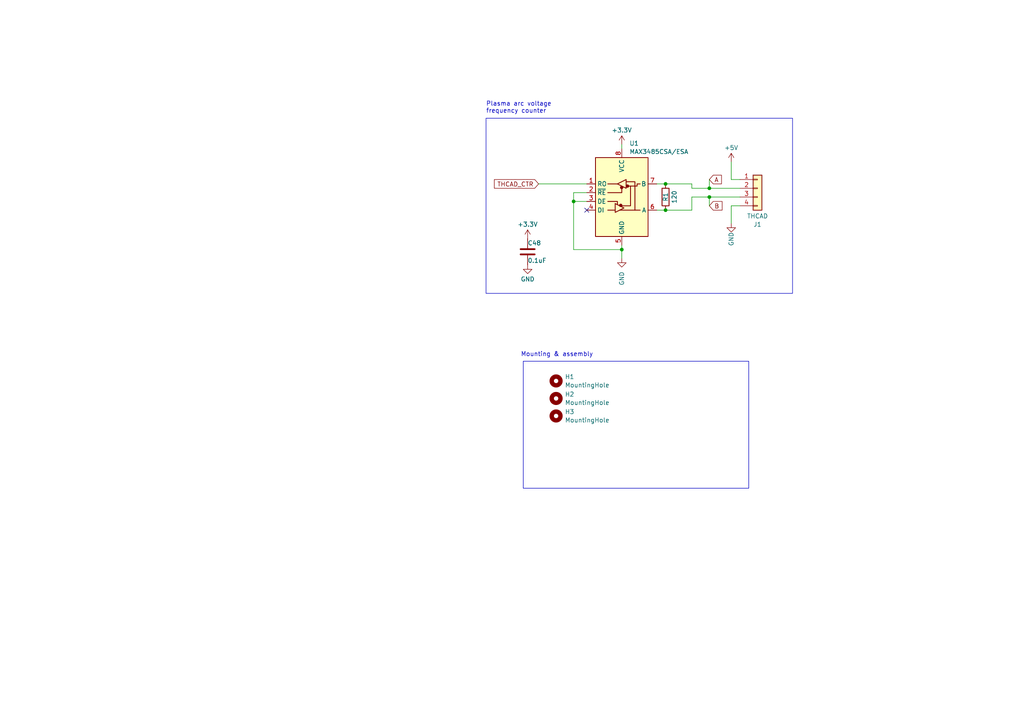
<source format=kicad_sch>
(kicad_sch
	(version 20231120)
	(generator "eeschema")
	(generator_version "8.0")
	(uuid "39cfbc0c-42ba-4187-8636-700b6ca8f3da")
	(paper "A4")
	(title_block
		(title "THCAD reader")
	)
	(lib_symbols
		(symbol "Connector_Generic:Conn_01x04"
			(pin_names
				(offset 1.016) hide)
			(exclude_from_sim no)
			(in_bom yes)
			(on_board yes)
			(property "Reference" "J"
				(at 0 5.08 0)
				(effects
					(font
						(size 1.27 1.27)
					)
				)
			)
			(property "Value" "Conn_01x04"
				(at 0 -7.62 0)
				(effects
					(font
						(size 1.27 1.27)
					)
				)
			)
			(property "Footprint" ""
				(at 0 0 0)
				(effects
					(font
						(size 1.27 1.27)
					)
					(hide yes)
				)
			)
			(property "Datasheet" "~"
				(at 0 0 0)
				(effects
					(font
						(size 1.27 1.27)
					)
					(hide yes)
				)
			)
			(property "Description" "Generic connector, single row, 01x04, script generated (kicad-library-utils/schlib/autogen/connector/)"
				(at 0 0 0)
				(effects
					(font
						(size 1.27 1.27)
					)
					(hide yes)
				)
			)
			(property "ki_keywords" "connector"
				(at 0 0 0)
				(effects
					(font
						(size 1.27 1.27)
					)
					(hide yes)
				)
			)
			(property "ki_fp_filters" "Connector*:*_1x??_*"
				(at 0 0 0)
				(effects
					(font
						(size 1.27 1.27)
					)
					(hide yes)
				)
			)
			(symbol "Conn_01x04_1_1"
				(rectangle
					(start -1.27 -4.953)
					(end 0 -5.207)
					(stroke
						(width 0.1524)
						(type default)
					)
					(fill
						(type none)
					)
				)
				(rectangle
					(start -1.27 -2.413)
					(end 0 -2.667)
					(stroke
						(width 0.1524)
						(type default)
					)
					(fill
						(type none)
					)
				)
				(rectangle
					(start -1.27 0.127)
					(end 0 -0.127)
					(stroke
						(width 0.1524)
						(type default)
					)
					(fill
						(type none)
					)
				)
				(rectangle
					(start -1.27 2.667)
					(end 0 2.413)
					(stroke
						(width 0.1524)
						(type default)
					)
					(fill
						(type none)
					)
				)
				(rectangle
					(start -1.27 3.81)
					(end 1.27 -6.35)
					(stroke
						(width 0.254)
						(type default)
					)
					(fill
						(type background)
					)
				)
				(pin passive line
					(at -5.08 2.54 0)
					(length 3.81)
					(name "Pin_1"
						(effects
							(font
								(size 1.27 1.27)
							)
						)
					)
					(number "1"
						(effects
							(font
								(size 1.27 1.27)
							)
						)
					)
				)
				(pin passive line
					(at -5.08 0 0)
					(length 3.81)
					(name "Pin_2"
						(effects
							(font
								(size 1.27 1.27)
							)
						)
					)
					(number "2"
						(effects
							(font
								(size 1.27 1.27)
							)
						)
					)
				)
				(pin passive line
					(at -5.08 -2.54 0)
					(length 3.81)
					(name "Pin_3"
						(effects
							(font
								(size 1.27 1.27)
							)
						)
					)
					(number "3"
						(effects
							(font
								(size 1.27 1.27)
							)
						)
					)
				)
				(pin passive line
					(at -5.08 -5.08 0)
					(length 3.81)
					(name "Pin_4"
						(effects
							(font
								(size 1.27 1.27)
							)
						)
					)
					(number "4"
						(effects
							(font
								(size 1.27 1.27)
							)
						)
					)
				)
			)
		)
		(symbol "Device:C"
			(pin_numbers hide)
			(pin_names
				(offset 0.254)
			)
			(exclude_from_sim no)
			(in_bom yes)
			(on_board yes)
			(property "Reference" "C"
				(at 0.635 2.54 0)
				(effects
					(font
						(size 1.27 1.27)
					)
					(justify left)
				)
			)
			(property "Value" "C"
				(at 0.635 -2.54 0)
				(effects
					(font
						(size 1.27 1.27)
					)
					(justify left)
				)
			)
			(property "Footprint" ""
				(at 0.9652 -3.81 0)
				(effects
					(font
						(size 1.27 1.27)
					)
					(hide yes)
				)
			)
			(property "Datasheet" "~"
				(at 0 0 0)
				(effects
					(font
						(size 1.27 1.27)
					)
					(hide yes)
				)
			)
			(property "Description" "Unpolarized capacitor"
				(at 0 0 0)
				(effects
					(font
						(size 1.27 1.27)
					)
					(hide yes)
				)
			)
			(property "ki_keywords" "cap capacitor"
				(at 0 0 0)
				(effects
					(font
						(size 1.27 1.27)
					)
					(hide yes)
				)
			)
			(property "ki_fp_filters" "C_*"
				(at 0 0 0)
				(effects
					(font
						(size 1.27 1.27)
					)
					(hide yes)
				)
			)
			(symbol "C_0_1"
				(polyline
					(pts
						(xy -2.032 -0.762) (xy 2.032 -0.762)
					)
					(stroke
						(width 0.508)
						(type default)
					)
					(fill
						(type none)
					)
				)
				(polyline
					(pts
						(xy -2.032 0.762) (xy 2.032 0.762)
					)
					(stroke
						(width 0.508)
						(type default)
					)
					(fill
						(type none)
					)
				)
			)
			(symbol "C_1_1"
				(pin passive line
					(at 0 3.81 270)
					(length 2.794)
					(name "~"
						(effects
							(font
								(size 1.27 1.27)
							)
						)
					)
					(number "1"
						(effects
							(font
								(size 1.27 1.27)
							)
						)
					)
				)
				(pin passive line
					(at 0 -3.81 90)
					(length 2.794)
					(name "~"
						(effects
							(font
								(size 1.27 1.27)
							)
						)
					)
					(number "2"
						(effects
							(font
								(size 1.27 1.27)
							)
						)
					)
				)
			)
		)
		(symbol "Device:R"
			(pin_numbers hide)
			(pin_names
				(offset 0)
			)
			(exclude_from_sim no)
			(in_bom yes)
			(on_board yes)
			(property "Reference" "R"
				(at 2.032 0 90)
				(effects
					(font
						(size 1.27 1.27)
					)
				)
			)
			(property "Value" "R"
				(at 0 0 90)
				(effects
					(font
						(size 1.27 1.27)
					)
				)
			)
			(property "Footprint" ""
				(at -1.778 0 90)
				(effects
					(font
						(size 1.27 1.27)
					)
					(hide yes)
				)
			)
			(property "Datasheet" "~"
				(at 0 0 0)
				(effects
					(font
						(size 1.27 1.27)
					)
					(hide yes)
				)
			)
			(property "Description" "Resistor"
				(at 0 0 0)
				(effects
					(font
						(size 1.27 1.27)
					)
					(hide yes)
				)
			)
			(property "ki_keywords" "R res resistor"
				(at 0 0 0)
				(effects
					(font
						(size 1.27 1.27)
					)
					(hide yes)
				)
			)
			(property "ki_fp_filters" "R_*"
				(at 0 0 0)
				(effects
					(font
						(size 1.27 1.27)
					)
					(hide yes)
				)
			)
			(symbol "R_0_1"
				(rectangle
					(start -1.016 -2.54)
					(end 1.016 2.54)
					(stroke
						(width 0.254)
						(type default)
					)
					(fill
						(type none)
					)
				)
			)
			(symbol "R_1_1"
				(pin passive line
					(at 0 3.81 270)
					(length 1.27)
					(name "~"
						(effects
							(font
								(size 1.27 1.27)
							)
						)
					)
					(number "1"
						(effects
							(font
								(size 1.27 1.27)
							)
						)
					)
				)
				(pin passive line
					(at 0 -3.81 90)
					(length 1.27)
					(name "~"
						(effects
							(font
								(size 1.27 1.27)
							)
						)
					)
					(number "2"
						(effects
							(font
								(size 1.27 1.27)
							)
						)
					)
				)
			)
		)
		(symbol "Interface_UART:MAX3485"
			(exclude_from_sim no)
			(in_bom yes)
			(on_board yes)
			(property "Reference" "U"
				(at -6.096 11.43 0)
				(effects
					(font
						(size 1.27 1.27)
					)
				)
			)
			(property "Value" "MAX3485"
				(at 0.762 11.43 0)
				(effects
					(font
						(size 1.27 1.27)
					)
					(justify left)
				)
			)
			(property "Footprint" ""
				(at 0 -17.78 0)
				(effects
					(font
						(size 1.27 1.27)
					)
					(hide yes)
				)
			)
			(property "Datasheet" "https://datasheets.maximintegrated.com/en/ds/MAX3483-MAX3491.pdf"
				(at 0 1.27 0)
				(effects
					(font
						(size 1.27 1.27)
					)
					(hide yes)
				)
			)
			(property "Description" "True RS-485/RS-422, 10Mbps, Slew-Rate Limited, with low-power shutdown, with receiver/driver enable, 32 receiver drive capacitity, DIP-8 and SOIC-8"
				(at 0 0 0)
				(effects
					(font
						(size 1.27 1.27)
					)
					(hide yes)
				)
			)
			(property "ki_keywords" "RS-485 RS-422 UART line-driver transceiver"
				(at 0 0 0)
				(effects
					(font
						(size 1.27 1.27)
					)
					(hide yes)
				)
			)
			(property "ki_fp_filters" "DIP*W7.62mm* SOIC*3.9x4.9mm*P1.27mm*"
				(at 0 0 0)
				(effects
					(font
						(size 1.27 1.27)
					)
					(hide yes)
				)
			)
			(symbol "MAX3485_0_1"
				(rectangle
					(start -7.62 10.16)
					(end 7.62 -12.7)
					(stroke
						(width 0.254)
						(type default)
					)
					(fill
						(type background)
					)
				)
				(circle
					(center -0.3048 -3.683)
					(radius 0.3556)
					(stroke
						(width 0.254)
						(type default)
					)
					(fill
						(type outline)
					)
				)
				(circle
					(center -0.0254 1.4986)
					(radius 0.3556)
					(stroke
						(width 0.254)
						(type default)
					)
					(fill
						(type outline)
					)
				)
				(polyline
					(pts
						(xy -4.064 -5.08) (xy -1.905 -5.08)
					)
					(stroke
						(width 0.254)
						(type default)
					)
					(fill
						(type none)
					)
				)
				(polyline
					(pts
						(xy -4.064 2.54) (xy -1.27 2.54)
					)
					(stroke
						(width 0.254)
						(type default)
					)
					(fill
						(type none)
					)
				)
				(polyline
					(pts
						(xy -1.27 -3.2004) (xy -1.27 -3.4544)
					)
					(stroke
						(width 0.254)
						(type default)
					)
					(fill
						(type none)
					)
				)
				(polyline
					(pts
						(xy -0.635 -5.08) (xy 5.334 -5.08)
					)
					(stroke
						(width 0.254)
						(type default)
					)
					(fill
						(type none)
					)
				)
				(polyline
					(pts
						(xy -4.064 -2.54) (xy -1.27 -2.54) (xy -1.27 -3.175)
					)
					(stroke
						(width 0.254)
						(type default)
					)
					(fill
						(type none)
					)
				)
				(polyline
					(pts
						(xy 0 1.27) (xy 0 0) (xy -4.064 0)
					)
					(stroke
						(width 0.254)
						(type default)
					)
					(fill
						(type none)
					)
				)
				(polyline
					(pts
						(xy 1.27 3.175) (xy 3.81 3.175) (xy 3.81 -5.08)
					)
					(stroke
						(width 0.254)
						(type default)
					)
					(fill
						(type none)
					)
				)
				(polyline
					(pts
						(xy 2.54 1.905) (xy 2.54 -3.81) (xy 0 -3.81)
					)
					(stroke
						(width 0.254)
						(type default)
					)
					(fill
						(type none)
					)
				)
				(polyline
					(pts
						(xy -1.905 -3.175) (xy -1.905 -5.715) (xy 0.635 -4.445) (xy -1.905 -3.175)
					)
					(stroke
						(width 0.254)
						(type default)
					)
					(fill
						(type none)
					)
				)
				(polyline
					(pts
						(xy -1.27 2.54) (xy 1.27 3.81) (xy 1.27 1.27) (xy -1.27 2.54)
					)
					(stroke
						(width 0.254)
						(type default)
					)
					(fill
						(type none)
					)
				)
				(polyline
					(pts
						(xy 1.905 1.905) (xy 4.445 1.905) (xy 4.445 2.54) (xy 5.334 2.54)
					)
					(stroke
						(width 0.254)
						(type default)
					)
					(fill
						(type none)
					)
				)
				(rectangle
					(start 1.27 3.175)
					(end 1.27 3.175)
					(stroke
						(width 0)
						(type default)
					)
					(fill
						(type none)
					)
				)
				(circle
					(center 1.651 1.905)
					(radius 0.3556)
					(stroke
						(width 0.254)
						(type default)
					)
					(fill
						(type outline)
					)
				)
			)
			(symbol "MAX3485_1_1"
				(pin output line
					(at -10.16 2.54 0)
					(length 2.54)
					(name "RO"
						(effects
							(font
								(size 1.27 1.27)
							)
						)
					)
					(number "1"
						(effects
							(font
								(size 1.27 1.27)
							)
						)
					)
				)
				(pin input line
					(at -10.16 0 0)
					(length 2.54)
					(name "~{RE}"
						(effects
							(font
								(size 1.27 1.27)
							)
						)
					)
					(number "2"
						(effects
							(font
								(size 1.27 1.27)
							)
						)
					)
				)
				(pin input line
					(at -10.16 -2.54 0)
					(length 2.54)
					(name "DE"
						(effects
							(font
								(size 1.27 1.27)
							)
						)
					)
					(number "3"
						(effects
							(font
								(size 1.27 1.27)
							)
						)
					)
				)
				(pin input line
					(at -10.16 -5.08 0)
					(length 2.54)
					(name "DI"
						(effects
							(font
								(size 1.27 1.27)
							)
						)
					)
					(number "4"
						(effects
							(font
								(size 1.27 1.27)
							)
						)
					)
				)
				(pin power_in line
					(at 0 -15.24 90)
					(length 2.54)
					(name "GND"
						(effects
							(font
								(size 1.27 1.27)
							)
						)
					)
					(number "5"
						(effects
							(font
								(size 1.27 1.27)
							)
						)
					)
				)
				(pin bidirectional line
					(at 10.16 -5.08 180)
					(length 2.54)
					(name "A"
						(effects
							(font
								(size 1.27 1.27)
							)
						)
					)
					(number "6"
						(effects
							(font
								(size 1.27 1.27)
							)
						)
					)
				)
				(pin bidirectional line
					(at 10.16 2.54 180)
					(length 2.54)
					(name "B"
						(effects
							(font
								(size 1.27 1.27)
							)
						)
					)
					(number "7"
						(effects
							(font
								(size 1.27 1.27)
							)
						)
					)
				)
				(pin power_in line
					(at 0 12.7 270)
					(length 2.54)
					(name "VCC"
						(effects
							(font
								(size 1.27 1.27)
							)
						)
					)
					(number "8"
						(effects
							(font
								(size 1.27 1.27)
							)
						)
					)
				)
			)
		)
		(symbol "Mechanical:MountingHole"
			(pin_names
				(offset 1.016)
			)
			(exclude_from_sim yes)
			(in_bom no)
			(on_board yes)
			(property "Reference" "H"
				(at 0 5.08 0)
				(effects
					(font
						(size 1.27 1.27)
					)
				)
			)
			(property "Value" "MountingHole"
				(at 0 3.175 0)
				(effects
					(font
						(size 1.27 1.27)
					)
				)
			)
			(property "Footprint" ""
				(at 0 0 0)
				(effects
					(font
						(size 1.27 1.27)
					)
					(hide yes)
				)
			)
			(property "Datasheet" "~"
				(at 0 0 0)
				(effects
					(font
						(size 1.27 1.27)
					)
					(hide yes)
				)
			)
			(property "Description" "Mounting Hole without connection"
				(at 0 0 0)
				(effects
					(font
						(size 1.27 1.27)
					)
					(hide yes)
				)
			)
			(property "ki_keywords" "mounting hole"
				(at 0 0 0)
				(effects
					(font
						(size 1.27 1.27)
					)
					(hide yes)
				)
			)
			(property "ki_fp_filters" "MountingHole*"
				(at 0 0 0)
				(effects
					(font
						(size 1.27 1.27)
					)
					(hide yes)
				)
			)
			(symbol "MountingHole_0_1"
				(circle
					(center 0 0)
					(radius 1.27)
					(stroke
						(width 1.27)
						(type default)
					)
					(fill
						(type none)
					)
				)
			)
		)
		(symbol "power:+3.3V"
			(power)
			(pin_names
				(offset 0)
			)
			(exclude_from_sim no)
			(in_bom yes)
			(on_board yes)
			(property "Reference" "#PWR"
				(at 0 -3.81 0)
				(effects
					(font
						(size 1.27 1.27)
					)
					(hide yes)
				)
			)
			(property "Value" "+3.3V"
				(at 0 3.556 0)
				(effects
					(font
						(size 1.27 1.27)
					)
				)
			)
			(property "Footprint" ""
				(at 0 0 0)
				(effects
					(font
						(size 1.27 1.27)
					)
					(hide yes)
				)
			)
			(property "Datasheet" ""
				(at 0 0 0)
				(effects
					(font
						(size 1.27 1.27)
					)
					(hide yes)
				)
			)
			(property "Description" "Power symbol creates a global label with name \"+3.3V\""
				(at 0 0 0)
				(effects
					(font
						(size 1.27 1.27)
					)
					(hide yes)
				)
			)
			(property "ki_keywords" "global power"
				(at 0 0 0)
				(effects
					(font
						(size 1.27 1.27)
					)
					(hide yes)
				)
			)
			(symbol "+3.3V_0_1"
				(polyline
					(pts
						(xy -0.762 1.27) (xy 0 2.54)
					)
					(stroke
						(width 0)
						(type default)
					)
					(fill
						(type none)
					)
				)
				(polyline
					(pts
						(xy 0 0) (xy 0 2.54)
					)
					(stroke
						(width 0)
						(type default)
					)
					(fill
						(type none)
					)
				)
				(polyline
					(pts
						(xy 0 2.54) (xy 0.762 1.27)
					)
					(stroke
						(width 0)
						(type default)
					)
					(fill
						(type none)
					)
				)
			)
			(symbol "+3.3V_1_1"
				(pin power_in line
					(at 0 0 90)
					(length 0) hide
					(name "+3.3V"
						(effects
							(font
								(size 1.27 1.27)
							)
						)
					)
					(number "1"
						(effects
							(font
								(size 1.27 1.27)
							)
						)
					)
				)
			)
		)
		(symbol "power:+5V"
			(power)
			(pin_names
				(offset 0)
			)
			(exclude_from_sim no)
			(in_bom yes)
			(on_board yes)
			(property "Reference" "#PWR"
				(at 0 -3.81 0)
				(effects
					(font
						(size 1.27 1.27)
					)
					(hide yes)
				)
			)
			(property "Value" "+5V"
				(at 0 3.556 0)
				(effects
					(font
						(size 1.27 1.27)
					)
				)
			)
			(property "Footprint" ""
				(at 0 0 0)
				(effects
					(font
						(size 1.27 1.27)
					)
					(hide yes)
				)
			)
			(property "Datasheet" ""
				(at 0 0 0)
				(effects
					(font
						(size 1.27 1.27)
					)
					(hide yes)
				)
			)
			(property "Description" "Power symbol creates a global label with name \"+5V\""
				(at 0 0 0)
				(effects
					(font
						(size 1.27 1.27)
					)
					(hide yes)
				)
			)
			(property "ki_keywords" "global power"
				(at 0 0 0)
				(effects
					(font
						(size 1.27 1.27)
					)
					(hide yes)
				)
			)
			(symbol "+5V_0_1"
				(polyline
					(pts
						(xy -0.762 1.27) (xy 0 2.54)
					)
					(stroke
						(width 0)
						(type default)
					)
					(fill
						(type none)
					)
				)
				(polyline
					(pts
						(xy 0 0) (xy 0 2.54)
					)
					(stroke
						(width 0)
						(type default)
					)
					(fill
						(type none)
					)
				)
				(polyline
					(pts
						(xy 0 2.54) (xy 0.762 1.27)
					)
					(stroke
						(width 0)
						(type default)
					)
					(fill
						(type none)
					)
				)
			)
			(symbol "+5V_1_1"
				(pin power_in line
					(at 0 0 90)
					(length 0) hide
					(name "+5V"
						(effects
							(font
								(size 1.27 1.27)
							)
						)
					)
					(number "1"
						(effects
							(font
								(size 1.27 1.27)
							)
						)
					)
				)
			)
		)
		(symbol "power:GND"
			(power)
			(pin_names
				(offset 0)
			)
			(exclude_from_sim no)
			(in_bom yes)
			(on_board yes)
			(property "Reference" "#PWR"
				(at 0 -6.35 0)
				(effects
					(font
						(size 1.27 1.27)
					)
					(hide yes)
				)
			)
			(property "Value" "GND"
				(at 0 -3.81 0)
				(effects
					(font
						(size 1.27 1.27)
					)
				)
			)
			(property "Footprint" ""
				(at 0 0 0)
				(effects
					(font
						(size 1.27 1.27)
					)
					(hide yes)
				)
			)
			(property "Datasheet" ""
				(at 0 0 0)
				(effects
					(font
						(size 1.27 1.27)
					)
					(hide yes)
				)
			)
			(property "Description" "Power symbol creates a global label with name \"GND\" , ground"
				(at 0 0 0)
				(effects
					(font
						(size 1.27 1.27)
					)
					(hide yes)
				)
			)
			(property "ki_keywords" "global power"
				(at 0 0 0)
				(effects
					(font
						(size 1.27 1.27)
					)
					(hide yes)
				)
			)
			(symbol "GND_0_1"
				(polyline
					(pts
						(xy 0 0) (xy 0 -1.27) (xy 1.27 -1.27) (xy 0 -2.54) (xy -1.27 -1.27) (xy 0 -1.27)
					)
					(stroke
						(width 0)
						(type default)
					)
					(fill
						(type none)
					)
				)
			)
			(symbol "GND_1_1"
				(pin power_in line
					(at 0 0 270)
					(length 0) hide
					(name "GND"
						(effects
							(font
								(size 1.27 1.27)
							)
						)
					)
					(number "1"
						(effects
							(font
								(size 1.27 1.27)
							)
						)
					)
				)
			)
		)
	)
	(junction
		(at 205.74 57.15)
		(diameter 0)
		(color 0 0 0 0)
		(uuid "1b8c6466-a755-4806-aa6e-19f743933916")
	)
	(junction
		(at 180.34 72.39)
		(diameter 0)
		(color 0 0 0 0)
		(uuid "37ed323d-92c7-4614-8bc4-d7359e3692c9")
	)
	(junction
		(at 193.04 60.96)
		(diameter 0)
		(color 0 0 0 0)
		(uuid "76685157-e1d7-4504-815b-8e1e0347929f")
	)
	(junction
		(at 166.37 58.42)
		(diameter 0)
		(color 0 0 0 0)
		(uuid "9750e5b1-6a68-43b1-b199-b68a8f0a5bc1")
	)
	(junction
		(at 193.04 53.34)
		(diameter 0)
		(color 0 0 0 0)
		(uuid "af0394df-e48d-457c-884f-ffd856979ade")
	)
	(junction
		(at 205.74 54.61)
		(diameter 0)
		(color 0 0 0 0)
		(uuid "bb0e1f81-7b3d-40b4-8b5f-25962be32dd2")
	)
	(no_connect
		(at 170.18 60.96)
		(uuid "b55a0831-1f80-4e60-afe5-fbeb09b31fb3")
	)
	(wire
		(pts
			(xy 200.66 57.15) (xy 205.74 57.15)
		)
		(stroke
			(width 0)
			(type default)
		)
		(uuid "08fed954-f2cf-45a8-93c5-52d04333503a")
	)
	(wire
		(pts
			(xy 200.66 53.34) (xy 200.66 54.61)
		)
		(stroke
			(width 0)
			(type default)
		)
		(uuid "1087bd07-2fbc-4edf-86ca-c7387ed4763a")
	)
	(wire
		(pts
			(xy 200.66 57.15) (xy 200.66 60.96)
		)
		(stroke
			(width 0)
			(type default)
		)
		(uuid "1165c426-1c99-4aea-8b41-082f9356dd3d")
	)
	(wire
		(pts
			(xy 212.09 52.07) (xy 212.09 46.99)
		)
		(stroke
			(width 0)
			(type default)
		)
		(uuid "1766a9df-42c2-4472-a2ce-456756595d25")
	)
	(wire
		(pts
			(xy 180.34 72.39) (xy 180.34 74.93)
		)
		(stroke
			(width 0)
			(type default)
		)
		(uuid "29765ee6-86bc-4065-8694-08441f6c1b80")
	)
	(wire
		(pts
			(xy 205.74 57.15) (xy 214.63 57.15)
		)
		(stroke
			(width 0)
			(type default)
		)
		(uuid "3c0bc272-6e7e-4916-8120-c55513dd9550")
	)
	(wire
		(pts
			(xy 156.21 53.34) (xy 170.18 53.34)
		)
		(stroke
			(width 0)
			(type default)
		)
		(uuid "3c67e0ed-3207-4832-b775-34aded55f1a5")
	)
	(wire
		(pts
			(xy 200.66 54.61) (xy 205.74 54.61)
		)
		(stroke
			(width 0)
			(type default)
		)
		(uuid "4a1ac9f3-57c5-4ec7-a1ae-7494a6d3b5d6")
	)
	(wire
		(pts
			(xy 180.34 72.39) (xy 180.34 71.12)
		)
		(stroke
			(width 0)
			(type default)
		)
		(uuid "65e2f924-2e9e-4842-b52b-687fcb487481")
	)
	(wire
		(pts
			(xy 190.5 53.34) (xy 193.04 53.34)
		)
		(stroke
			(width 0)
			(type default)
		)
		(uuid "67537ad1-4e2f-4a32-9765-7ba4875fd098")
	)
	(wire
		(pts
			(xy 166.37 72.39) (xy 180.34 72.39)
		)
		(stroke
			(width 0)
			(type default)
		)
		(uuid "701d7392-eb00-49e3-a9b4-2f6cfa660a9f")
	)
	(wire
		(pts
			(xy 166.37 55.88) (xy 170.18 55.88)
		)
		(stroke
			(width 0)
			(type default)
		)
		(uuid "77cf8b9e-f61b-43bd-966b-ccf86cac9fe0")
	)
	(wire
		(pts
			(xy 193.04 60.96) (xy 200.66 60.96)
		)
		(stroke
			(width 0)
			(type default)
		)
		(uuid "79ce384e-42f7-4583-b45c-c95ccbf35a3b")
	)
	(wire
		(pts
			(xy 193.04 53.34) (xy 200.66 53.34)
		)
		(stroke
			(width 0)
			(type default)
		)
		(uuid "91882306-e347-4452-8954-3a8d5ff67410")
	)
	(wire
		(pts
			(xy 205.74 57.15) (xy 205.74 59.69)
		)
		(stroke
			(width 0)
			(type default)
		)
		(uuid "97f52bd8-6e73-4289-946d-043813afed94")
	)
	(wire
		(pts
			(xy 190.5 60.96) (xy 193.04 60.96)
		)
		(stroke
			(width 0)
			(type default)
		)
		(uuid "9b895c16-54a7-428f-9102-5c2b51260af6")
	)
	(wire
		(pts
			(xy 212.09 64.77) (xy 212.09 59.69)
		)
		(stroke
			(width 0)
			(type default)
		)
		(uuid "a9ef2fcc-9885-4d63-b30b-ef13114d7eb4")
	)
	(wire
		(pts
			(xy 212.09 59.69) (xy 214.63 59.69)
		)
		(stroke
			(width 0)
			(type default)
		)
		(uuid "bcee68c5-5f45-444c-bd36-eca24724e69b")
	)
	(wire
		(pts
			(xy 170.18 58.42) (xy 166.37 58.42)
		)
		(stroke
			(width 0)
			(type default)
		)
		(uuid "c4414625-f8ab-4fe9-9547-0ac0a19b7ee2")
	)
	(wire
		(pts
			(xy 180.34 41.91) (xy 180.34 43.18)
		)
		(stroke
			(width 0)
			(type default)
		)
		(uuid "c7a809a0-2c2e-4ba3-b292-083547343fab")
	)
	(wire
		(pts
			(xy 212.09 52.07) (xy 214.63 52.07)
		)
		(stroke
			(width 0)
			(type default)
		)
		(uuid "cd86e9fe-9b47-4ca6-a7f9-8fe649532a8a")
	)
	(wire
		(pts
			(xy 205.74 54.61) (xy 214.63 54.61)
		)
		(stroke
			(width 0)
			(type default)
		)
		(uuid "d4904c96-faf5-4f7e-a375-ee34898bb8a4")
	)
	(wire
		(pts
			(xy 166.37 58.42) (xy 166.37 55.88)
		)
		(stroke
			(width 0)
			(type default)
		)
		(uuid "dba83adf-b5b3-4e96-b1cb-a712fed941c7")
	)
	(wire
		(pts
			(xy 166.37 58.42) (xy 166.37 72.39)
		)
		(stroke
			(width 0)
			(type default)
		)
		(uuid "e4a8126a-f78d-4164-a25f-a40b85ea86f1")
	)
	(wire
		(pts
			(xy 205.74 52.07) (xy 205.74 54.61)
		)
		(stroke
			(width 0)
			(type default)
		)
		(uuid "eb6b1dc3-ea5b-4017-9f82-348fd5779592")
	)
	(rectangle
		(start 151.765 104.775)
		(end 217.17 141.605)
		(stroke
			(width 0)
			(type default)
		)
		(fill
			(type none)
		)
		(uuid 04e0609b-c34d-40c2-898e-9909a623e8a2)
	)
	(rectangle
		(start 140.97 34.29)
		(end 229.87 85.09)
		(stroke
			(width 0)
			(type default)
		)
		(fill
			(type none)
		)
		(uuid ef5e87c3-cfa9-4773-afea-02daefed5b2d)
	)
	(text "Plasma arc voltage\nfrequency counter"
		(exclude_from_sim no)
		(at 140.97 33.02 0)
		(effects
			(font
				(size 1.27 1.27)
			)
			(justify left bottom)
		)
		(uuid "26ccf782-2512-4136-834b-a8259a64e61a")
	)
	(text "Mounting & assembly"
		(exclude_from_sim no)
		(at 161.544 102.87 0)
		(effects
			(font
				(size 1.27 1.27)
			)
		)
		(uuid "784e0c74-ca6b-4899-bed5-70e5e3351590")
	)
	(global_label "B"
		(shape input)
		(at 205.74 59.69 0)
		(fields_autoplaced yes)
		(effects
			(font
				(size 1.27 1.27)
			)
			(justify left)
		)
		(uuid "39ca1b48-ed35-4969-a75a-e1e00f1f6463")
		(property "Intersheetrefs" "${INTERSHEET_REFS}"
			(at 209.9952 59.69 0)
			(effects
				(font
					(size 1.27 1.27)
				)
				(justify left)
				(hide yes)
			)
		)
	)
	(global_label "THCAD_CTR"
		(shape input)
		(at 156.21 53.34 180)
		(fields_autoplaced yes)
		(effects
			(font
				(size 1.27 1.27)
			)
			(justify right)
		)
		(uuid "52edb694-9ef0-41bf-8f8f-5d5a44928106")
		(property "Intersheetrefs" "${INTERSHEET_REFS}"
			(at 142.8229 53.34 0)
			(effects
				(font
					(size 1.27 1.27)
				)
				(justify right)
				(hide yes)
			)
		)
	)
	(global_label "A"
		(shape input)
		(at 205.74 52.07 0)
		(fields_autoplaced yes)
		(effects
			(font
				(size 1.27 1.27)
			)
			(justify left)
		)
		(uuid "f094f633-2bad-4e7a-a689-6f0c0fd95481")
		(property "Intersheetrefs" "${INTERSHEET_REFS}"
			(at 209.8138 52.07 0)
			(effects
				(font
					(size 1.27 1.27)
				)
				(justify left)
				(hide yes)
			)
		)
	)
	(symbol
		(lib_id "Connector_Generic:Conn_01x04")
		(at 219.71 54.61 0)
		(unit 1)
		(exclude_from_sim no)
		(in_bom yes)
		(on_board yes)
		(dnp no)
		(uuid "1c04e5cb-9705-47cc-b1a3-0c1ccdea5d24")
		(property "Reference" "J1"
			(at 219.71 65.1043 0)
			(effects
				(font
					(size 1.27 1.27)
				)
			)
		)
		(property "Value" "THCAD"
			(at 219.71 62.6801 0)
			(effects
				(font
					(size 1.27 1.27)
				)
			)
		)
		(property "Footprint" "Connector_Phoenix_MC:PhoenixContact_MCV_1,5_4-G-3.5_1x04_P3.50mm_Vertical"
			(at 219.71 54.61 0)
			(effects
				(font
					(size 1.27 1.27)
				)
				(hide yes)
			)
		)
		(property "Datasheet" "~"
			(at 219.71 54.61 0)
			(effects
				(font
					(size 1.27 1.27)
				)
				(hide yes)
			)
		)
		(property "Description" "Generic connector, single row, 01x04, script generated (kicad-library-utils/schlib/autogen/connector/)"
			(at 219.71 54.61 0)
			(effects
				(font
					(size 1.27 1.27)
				)
				(hide yes)
			)
		)
		(pin "1"
			(uuid "e1eaa5b4-5e61-410f-972f-a165d9cf7fc9")
		)
		(pin "2"
			(uuid "f0786b74-e0bb-473d-b3a5-40d821db5947")
		)
		(pin "3"
			(uuid "c2da1d60-cce3-4853-923a-5467529088bd")
		)
		(pin "4"
			(uuid "8f706486-6134-4428-ba91-b7e06fd663bc")
		)
		(instances
			(project "THCAD-reader"
				(path "/5597aedc-b607-407f-bbfd-31b3b298ecb1/0a376a6c-0f15-42f8-81f6-3a55619be267"
					(reference "J1")
					(unit 1)
				)
			)
		)
	)
	(symbol
		(lib_id "Device:R")
		(at 193.04 57.15 180)
		(unit 1)
		(exclude_from_sim no)
		(in_bom yes)
		(on_board yes)
		(dnp no)
		(uuid "1dac5abc-55dc-4384-8b44-0dcaff62638c")
		(property "Reference" "R1"
			(at 193.04 57.15 90)
			(effects
				(font
					(size 1.27 1.27)
				)
			)
		)
		(property "Value" "120"
			(at 195.58 57.15 90)
			(effects
				(font
					(size 1.27 1.27)
				)
			)
		)
		(property "Footprint" "Resistor_SMD:R_0805_2012Metric"
			(at 194.818 57.15 90)
			(effects
				(font
					(size 1.27 1.27)
				)
				(hide yes)
			)
		)
		(property "Datasheet" "~"
			(at 193.04 57.15 0)
			(effects
				(font
					(size 1.27 1.27)
				)
				(hide yes)
			)
		)
		(property "Description" "Resistor"
			(at 193.04 57.15 0)
			(effects
				(font
					(size 1.27 1.27)
				)
				(hide yes)
			)
		)
		(pin "1"
			(uuid "f45addb3-5c74-4f9d-855e-d0f4a458a3f7")
		)
		(pin "2"
			(uuid "cea79c0d-0bd1-4cac-af06-576c7c05ed00")
		)
		(instances
			(project "THCAD-reader"
				(path "/5597aedc-b607-407f-bbfd-31b3b298ecb1/0a376a6c-0f15-42f8-81f6-3a55619be267"
					(reference "R1")
					(unit 1)
				)
			)
		)
	)
	(symbol
		(lib_id "power:+3.3V")
		(at 153.035 69.215 0)
		(unit 1)
		(exclude_from_sim no)
		(in_bom yes)
		(on_board yes)
		(dnp no)
		(fields_autoplaced yes)
		(uuid "421fc9c3-b450-42a5-9aae-2141d8de6016")
		(property "Reference" "#PWR061"
			(at 153.035 73.025 0)
			(effects
				(font
					(size 1.27 1.27)
				)
				(hide yes)
			)
		)
		(property "Value" "+3.3V"
			(at 153.035 65.0819 0)
			(effects
				(font
					(size 1.27 1.27)
				)
			)
		)
		(property "Footprint" ""
			(at 153.035 69.215 0)
			(effects
				(font
					(size 1.27 1.27)
				)
				(hide yes)
			)
		)
		(property "Datasheet" ""
			(at 153.035 69.215 0)
			(effects
				(font
					(size 1.27 1.27)
				)
				(hide yes)
			)
		)
		(property "Description" ""
			(at 153.035 69.215 0)
			(effects
				(font
					(size 1.27 1.27)
				)
				(hide yes)
			)
		)
		(pin "1"
			(uuid "0b4d8846-87df-4bea-ad89-52d129799776")
		)
		(instances
			(project "THCAD-reader"
				(path "/5597aedc-b607-407f-bbfd-31b3b298ecb1/0a376a6c-0f15-42f8-81f6-3a55619be267"
					(reference "#PWR061")
					(unit 1)
				)
			)
		)
	)
	(symbol
		(lib_id "Mechanical:MountingHole")
		(at 161.29 115.57 0)
		(unit 1)
		(exclude_from_sim yes)
		(in_bom no)
		(on_board yes)
		(dnp no)
		(fields_autoplaced yes)
		(uuid "641f4370-ed5b-419e-b307-66b718d19045")
		(property "Reference" "H2"
			(at 163.83 114.3578 0)
			(effects
				(font
					(size 1.27 1.27)
				)
				(justify left)
			)
		)
		(property "Value" "MountingHole"
			(at 163.83 116.7821 0)
			(effects
				(font
					(size 1.27 1.27)
				)
				(justify left)
			)
		)
		(property "Footprint" "MountingHole:MountingHole_3.2mm_M3"
			(at 161.29 115.57 0)
			(effects
				(font
					(size 1.27 1.27)
				)
				(hide yes)
			)
		)
		(property "Datasheet" "~"
			(at 161.29 115.57 0)
			(effects
				(font
					(size 1.27 1.27)
				)
				(hide yes)
			)
		)
		(property "Description" "Mounting Hole without connection"
			(at 161.29 115.57 0)
			(effects
				(font
					(size 1.27 1.27)
				)
				(hide yes)
			)
		)
		(instances
			(project "THCAD-reader"
				(path "/5597aedc-b607-407f-bbfd-31b3b298ecb1/0a376a6c-0f15-42f8-81f6-3a55619be267"
					(reference "H2")
					(unit 1)
				)
			)
		)
	)
	(symbol
		(lib_id "Device:C")
		(at 153.035 73.025 0)
		(unit 1)
		(exclude_from_sim no)
		(in_bom yes)
		(on_board yes)
		(dnp no)
		(uuid "7b99fd4b-c4cd-4cd4-9673-8f13161024ac")
		(property "Reference" "C48"
			(at 153.035 70.485 0)
			(effects
				(font
					(size 1.27 1.27)
				)
				(justify left)
			)
		)
		(property "Value" "0.1uF"
			(at 153.035 75.565 0)
			(effects
				(font
					(size 1.27 1.27)
				)
				(justify left)
			)
		)
		(property "Footprint" "Capacitor_SMD:C_0805_2012Metric"
			(at 154.0002 76.835 0)
			(effects
				(font
					(size 1.27 1.27)
				)
				(hide yes)
			)
		)
		(property "Datasheet" "~"
			(at 153.035 73.025 0)
			(effects
				(font
					(size 1.27 1.27)
				)
				(hide yes)
			)
		)
		(property "Description" "Unpolarized capacitor"
			(at 153.035 73.025 0)
			(effects
				(font
					(size 1.27 1.27)
				)
				(hide yes)
			)
		)
		(pin "1"
			(uuid "75ab0b5c-4b5c-475d-84f2-35c1f319a703")
		)
		(pin "2"
			(uuid "ede05720-438f-45a6-a8b4-7f01677d1006")
		)
		(instances
			(project "THCAD-reader"
				(path "/5597aedc-b607-407f-bbfd-31b3b298ecb1/0a376a6c-0f15-42f8-81f6-3a55619be267"
					(reference "C48")
					(unit 1)
				)
			)
		)
	)
	(symbol
		(lib_id "power:GND")
		(at 212.09 64.77 0)
		(unit 1)
		(exclude_from_sim no)
		(in_bom yes)
		(on_board yes)
		(dnp no)
		(uuid "85258bba-2e92-4eac-9068-9a048ea31391")
		(property "Reference" "#PWR066"
			(at 212.09 71.12 0)
			(effects
				(font
					(size 1.27 1.27)
				)
				(hide yes)
			)
		)
		(property "Value" "GND"
			(at 212.09 67.31 90)
			(effects
				(font
					(size 1.27 1.27)
				)
				(justify right)
			)
		)
		(property "Footprint" ""
			(at 212.09 64.77 0)
			(effects
				(font
					(size 1.27 1.27)
				)
				(hide yes)
			)
		)
		(property "Datasheet" ""
			(at 212.09 64.77 0)
			(effects
				(font
					(size 1.27 1.27)
				)
				(hide yes)
			)
		)
		(property "Description" ""
			(at 212.09 64.77 0)
			(effects
				(font
					(size 1.27 1.27)
				)
				(hide yes)
			)
		)
		(pin "1"
			(uuid "7265d447-abd4-4553-a0f5-682d70393c81")
		)
		(instances
			(project "THCAD-reader"
				(path "/5597aedc-b607-407f-bbfd-31b3b298ecb1/0a376a6c-0f15-42f8-81f6-3a55619be267"
					(reference "#PWR066")
					(unit 1)
				)
			)
		)
	)
	(symbol
		(lib_id "power:+5V")
		(at 212.09 46.99 0)
		(unit 1)
		(exclude_from_sim no)
		(in_bom yes)
		(on_board yes)
		(dnp no)
		(fields_autoplaced yes)
		(uuid "9314dd00-e414-4e31-bb6b-3f3663b3971c")
		(property "Reference" "#PWR065"
			(at 212.09 50.8 0)
			(effects
				(font
					(size 1.27 1.27)
				)
				(hide yes)
			)
		)
		(property "Value" "+5V"
			(at 212.09 42.8569 0)
			(effects
				(font
					(size 1.27 1.27)
				)
			)
		)
		(property "Footprint" ""
			(at 212.09 46.99 0)
			(effects
				(font
					(size 1.27 1.27)
				)
				(hide yes)
			)
		)
		(property "Datasheet" ""
			(at 212.09 46.99 0)
			(effects
				(font
					(size 1.27 1.27)
				)
				(hide yes)
			)
		)
		(property "Description" ""
			(at 212.09 46.99 0)
			(effects
				(font
					(size 1.27 1.27)
				)
				(hide yes)
			)
		)
		(pin "1"
			(uuid "d326b9d8-e91c-4bc0-a0c9-e1bde444ce69")
		)
		(instances
			(project "THCAD-reader"
				(path "/5597aedc-b607-407f-bbfd-31b3b298ecb1/0a376a6c-0f15-42f8-81f6-3a55619be267"
					(reference "#PWR065")
					(unit 1)
				)
			)
		)
	)
	(symbol
		(lib_id "Interface_UART:MAX3485")
		(at 180.34 55.88 0)
		(unit 1)
		(exclude_from_sim no)
		(in_bom yes)
		(on_board yes)
		(dnp no)
		(fields_autoplaced yes)
		(uuid "957d3324-db10-4ed7-b8e7-167e9e975ba7")
		(property "Reference" "U1"
			(at 182.5341 41.5757 0)
			(effects
				(font
					(size 1.27 1.27)
				)
				(justify left)
			)
		)
		(property "Value" "MAX3485CSA/ESA"
			(at 182.5341 43.9999 0)
			(effects
				(font
					(size 1.27 1.27)
				)
				(justify left)
			)
		)
		(property "Footprint" "Package_SO:SO-8_3.9x4.9mm_P1.27mm"
			(at 180.34 73.66 0)
			(effects
				(font
					(size 1.27 1.27)
				)
				(hide yes)
			)
		)
		(property "Datasheet" ""
			(at 180.34 54.61 0)
			(effects
				(font
					(size 1.27 1.27)
				)
				(hide yes)
			)
		)
		(property "Description" "True RS-485/RS-422, 10Mbps, Slew-Rate Limited, with low-power shutdown, with receiver/driver enable, 32 receiver drive capacitity, DIP-8 and SOIC-8"
			(at 180.34 55.88 0)
			(effects
				(font
					(size 1.27 1.27)
				)
				(hide yes)
			)
		)
		(pin "3"
			(uuid "533b66a6-d1d4-4f5e-ad98-68d7faa40461")
		)
		(pin "2"
			(uuid "df0449bf-6518-4daf-92a1-52959667b9e2")
		)
		(pin "4"
			(uuid "cd4c914c-75ba-4a06-96a0-7899548a86e8")
		)
		(pin "7"
			(uuid "12ce0600-a567-443a-9d5f-4f7874e8c82e")
		)
		(pin "8"
			(uuid "4f9c81ee-a032-4d24-852e-8faf9f939549")
		)
		(pin "6"
			(uuid "910c541a-f7e5-4075-8374-2760d0990d49")
		)
		(pin "5"
			(uuid "79dd1dc6-5bbb-46ce-a019-4ca68d67afbe")
		)
		(pin "1"
			(uuid "be6356e6-81e2-4dbb-96dd-df34c5625838")
		)
		(instances
			(project "THCAD-reader"
				(path "/5597aedc-b607-407f-bbfd-31b3b298ecb1/0a376a6c-0f15-42f8-81f6-3a55619be267"
					(reference "U1")
					(unit 1)
				)
			)
		)
	)
	(symbol
		(lib_id "power:GND")
		(at 180.34 74.93 0)
		(unit 1)
		(exclude_from_sim no)
		(in_bom yes)
		(on_board yes)
		(dnp no)
		(uuid "a753c6f2-7374-4bb9-917c-9145a8ecd717")
		(property "Reference" "#PWR064"
			(at 180.34 81.28 0)
			(effects
				(font
					(size 1.27 1.27)
				)
				(hide yes)
			)
		)
		(property "Value" "GND"
			(at 180.34 78.74 90)
			(effects
				(font
					(size 1.27 1.27)
				)
				(justify right)
			)
		)
		(property "Footprint" ""
			(at 180.34 74.93 0)
			(effects
				(font
					(size 1.27 1.27)
				)
				(hide yes)
			)
		)
		(property "Datasheet" ""
			(at 180.34 74.93 0)
			(effects
				(font
					(size 1.27 1.27)
				)
				(hide yes)
			)
		)
		(property "Description" ""
			(at 180.34 74.93 0)
			(effects
				(font
					(size 1.27 1.27)
				)
				(hide yes)
			)
		)
		(pin "1"
			(uuid "43e1f232-de72-4634-8aa2-7b36614bd671")
		)
		(instances
			(project "THCAD-reader"
				(path "/5597aedc-b607-407f-bbfd-31b3b298ecb1/0a376a6c-0f15-42f8-81f6-3a55619be267"
					(reference "#PWR064")
					(unit 1)
				)
			)
		)
	)
	(symbol
		(lib_id "Mechanical:MountingHole")
		(at 161.29 110.49 0)
		(unit 1)
		(exclude_from_sim yes)
		(in_bom no)
		(on_board yes)
		(dnp no)
		(fields_autoplaced yes)
		(uuid "c694c121-44b0-47f8-a851-bd731ceffabe")
		(property "Reference" "H1"
			(at 163.83 109.2778 0)
			(effects
				(font
					(size 1.27 1.27)
				)
				(justify left)
			)
		)
		(property "Value" "MountingHole"
			(at 163.83 111.7021 0)
			(effects
				(font
					(size 1.27 1.27)
				)
				(justify left)
			)
		)
		(property "Footprint" "MountingHole:MountingHole_3.2mm_M3"
			(at 161.29 110.49 0)
			(effects
				(font
					(size 1.27 1.27)
				)
				(hide yes)
			)
		)
		(property "Datasheet" "~"
			(at 161.29 110.49 0)
			(effects
				(font
					(size 1.27 1.27)
				)
				(hide yes)
			)
		)
		(property "Description" "Mounting Hole without connection"
			(at 161.29 110.49 0)
			(effects
				(font
					(size 1.27 1.27)
				)
				(hide yes)
			)
		)
		(instances
			(project ""
				(path "/5597aedc-b607-407f-bbfd-31b3b298ecb1/0a376a6c-0f15-42f8-81f6-3a55619be267"
					(reference "H1")
					(unit 1)
				)
			)
		)
	)
	(symbol
		(lib_id "power:GND")
		(at 153.035 76.835 0)
		(unit 1)
		(exclude_from_sim no)
		(in_bom yes)
		(on_board yes)
		(dnp no)
		(fields_autoplaced yes)
		(uuid "c897f4a9-57d9-4c80-b98f-cd16a699dca4")
		(property "Reference" "#PWR062"
			(at 153.035 83.185 0)
			(effects
				(font
					(size 1.27 1.27)
				)
				(hide yes)
			)
		)
		(property "Value" "GND"
			(at 153.035 80.9681 0)
			(effects
				(font
					(size 1.27 1.27)
				)
			)
		)
		(property "Footprint" ""
			(at 153.035 76.835 0)
			(effects
				(font
					(size 1.27 1.27)
				)
				(hide yes)
			)
		)
		(property "Datasheet" ""
			(at 153.035 76.835 0)
			(effects
				(font
					(size 1.27 1.27)
				)
				(hide yes)
			)
		)
		(property "Description" ""
			(at 153.035 76.835 0)
			(effects
				(font
					(size 1.27 1.27)
				)
				(hide yes)
			)
		)
		(pin "1"
			(uuid "21b70172-a651-432a-b02f-d80fa8c8f3ca")
		)
		(instances
			(project "THCAD-reader"
				(path "/5597aedc-b607-407f-bbfd-31b3b298ecb1/0a376a6c-0f15-42f8-81f6-3a55619be267"
					(reference "#PWR062")
					(unit 1)
				)
			)
		)
	)
	(symbol
		(lib_id "power:+3.3V")
		(at 180.34 41.91 0)
		(unit 1)
		(exclude_from_sim no)
		(in_bom yes)
		(on_board yes)
		(dnp no)
		(fields_autoplaced yes)
		(uuid "e0642a4e-3342-47d7-84e0-1cd65c164483")
		(property "Reference" "#PWR063"
			(at 180.34 45.72 0)
			(effects
				(font
					(size 1.27 1.27)
				)
				(hide yes)
			)
		)
		(property "Value" "+3.3V"
			(at 180.34 37.7769 0)
			(effects
				(font
					(size 1.27 1.27)
				)
			)
		)
		(property "Footprint" ""
			(at 180.34 41.91 0)
			(effects
				(font
					(size 1.27 1.27)
				)
				(hide yes)
			)
		)
		(property "Datasheet" ""
			(at 180.34 41.91 0)
			(effects
				(font
					(size 1.27 1.27)
				)
				(hide yes)
			)
		)
		(property "Description" ""
			(at 180.34 41.91 0)
			(effects
				(font
					(size 1.27 1.27)
				)
				(hide yes)
			)
		)
		(pin "1"
			(uuid "1c344f62-eae7-4274-92c7-0af6fc5de420")
		)
		(instances
			(project "THCAD-reader"
				(path "/5597aedc-b607-407f-bbfd-31b3b298ecb1/0a376a6c-0f15-42f8-81f6-3a55619be267"
					(reference "#PWR063")
					(unit 1)
				)
			)
		)
	)
	(symbol
		(lib_id "Mechanical:MountingHole")
		(at 161.29 120.65 0)
		(unit 1)
		(exclude_from_sim yes)
		(in_bom no)
		(on_board yes)
		(dnp no)
		(fields_autoplaced yes)
		(uuid "f714abc7-a63e-406f-9ea6-afc754dec61e")
		(property "Reference" "H3"
			(at 163.83 119.4378 0)
			(effects
				(font
					(size 1.27 1.27)
				)
				(justify left)
			)
		)
		(property "Value" "MountingHole"
			(at 163.83 121.8621 0)
			(effects
				(font
					(size 1.27 1.27)
				)
				(justify left)
			)
		)
		(property "Footprint" "MountingHole:MountingHole_3.2mm_M3"
			(at 161.29 120.65 0)
			(effects
				(font
					(size 1.27 1.27)
				)
				(hide yes)
			)
		)
		(property "Datasheet" "~"
			(at 161.29 120.65 0)
			(effects
				(font
					(size 1.27 1.27)
				)
				(hide yes)
			)
		)
		(property "Description" "Mounting Hole without connection"
			(at 161.29 120.65 0)
			(effects
				(font
					(size 1.27 1.27)
				)
				(hide yes)
			)
		)
		(instances
			(project "THCAD-reader"
				(path "/5597aedc-b607-407f-bbfd-31b3b298ecb1/0a376a6c-0f15-42f8-81f6-3a55619be267"
					(reference "H3")
					(unit 1)
				)
			)
		)
	)
)

</source>
